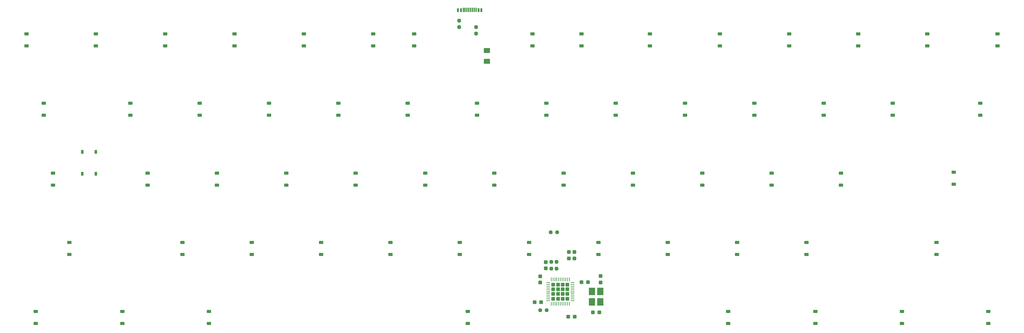
<source format=gbp>
G04 #@! TF.GenerationSoftware,KiCad,Pcbnew,8.0.4*
G04 #@! TF.CreationDate,2024-08-16T15:43:28+02:00*
G04 #@! TF.ProjectId,keyboard,6b657962-6f61-4726-942e-6b696361645f,rev?*
G04 #@! TF.SameCoordinates,Original*
G04 #@! TF.FileFunction,Paste,Bot*
G04 #@! TF.FilePolarity,Positive*
%FSLAX46Y46*%
G04 Gerber Fmt 4.6, Leading zero omitted, Abs format (unit mm)*
G04 Created by KiCad (PCBNEW 8.0.4) date 2024-08-16 15:43:28*
%MOMM*%
%LPD*%
G01*
G04 APERTURE LIST*
G04 Aperture macros list*
%AMRoundRect*
0 Rectangle with rounded corners*
0 $1 Rounding radius*
0 $2 $3 $4 $5 $6 $7 $8 $9 X,Y pos of 4 corners*
0 Add a 4 corners polygon primitive as box body*
4,1,4,$2,$3,$4,$5,$6,$7,$8,$9,$2,$3,0*
0 Add four circle primitives for the rounded corners*
1,1,$1+$1,$2,$3*
1,1,$1+$1,$4,$5*
1,1,$1+$1,$6,$7*
1,1,$1+$1,$8,$9*
0 Add four rect primitives between the rounded corners*
20,1,$1+$1,$2,$3,$4,$5,0*
20,1,$1+$1,$4,$5,$6,$7,0*
20,1,$1+$1,$6,$7,$8,$9,0*
20,1,$1+$1,$8,$9,$2,$3,0*%
G04 Aperture macros list end*
%ADD10R,0.600000X1.100000*%
%ADD11R,0.300000X1.240000*%
%ADD12RoundRect,0.237500X0.250000X0.237500X-0.250000X0.237500X-0.250000X-0.237500X0.250000X-0.237500X0*%
%ADD13RoundRect,0.237500X-0.237500X0.250000X-0.237500X-0.250000X0.237500X-0.250000X0.237500X0.250000X0*%
%ADD14RoundRect,0.237500X-0.300000X-0.237500X0.300000X-0.237500X0.300000X0.237500X-0.300000X0.237500X0*%
%ADD15RoundRect,0.237500X0.237500X-0.300000X0.237500X0.300000X-0.237500X0.300000X-0.237500X-0.300000X0*%
%ADD16RoundRect,0.237500X0.300000X0.237500X-0.300000X0.237500X-0.300000X-0.237500X0.300000X-0.237500X0*%
%ADD17RoundRect,0.237500X0.237500X-0.250000X0.237500X0.250000X-0.237500X0.250000X-0.237500X-0.250000X0*%
%ADD18R,0.750000X1.000000*%
%ADD19R,1.800000X2.100000*%
%ADD20RoundRect,0.250001X0.624999X-0.462499X0.624999X0.462499X-0.624999X0.462499X-0.624999X-0.462499X0*%
%ADD21RoundRect,0.225000X0.375000X-0.225000X0.375000X0.225000X-0.375000X0.225000X-0.375000X-0.225000X0*%
%ADD22RoundRect,0.250000X-0.275000X0.275000X-0.275000X-0.275000X0.275000X-0.275000X0.275000X0.275000X0*%
%ADD23RoundRect,0.062500X-0.062500X0.475000X-0.062500X-0.475000X0.062500X-0.475000X0.062500X0.475000X0*%
%ADD24RoundRect,0.062500X-0.475000X0.062500X-0.475000X-0.062500X0.475000X-0.062500X0.475000X0.062500X0*%
G04 APERTURE END LIST*
D10*
X130550000Y-6275000D03*
X131350000Y-6275000D03*
D11*
X132500000Y-6200000D03*
X133500000Y-6200000D03*
X134000000Y-6200000D03*
X135000000Y-6200000D03*
D10*
X136150000Y-6275000D03*
X136950000Y-6275000D03*
X136950000Y-6275000D03*
X136150000Y-6275000D03*
D11*
X135500000Y-6200000D03*
X134500000Y-6200000D03*
X133000000Y-6200000D03*
X132000000Y-6200000D03*
D10*
X131350000Y-6275000D03*
X130550000Y-6275000D03*
D12*
X154912500Y-88750000D03*
X153087500Y-88750000D03*
D13*
X157650000Y-75437500D03*
X157650000Y-77262500D03*
D14*
X160837500Y-90500000D03*
X162562500Y-90500000D03*
D15*
X169700000Y-81062500D03*
X169700000Y-79337500D03*
D16*
X153362500Y-86500000D03*
X151637500Y-86500000D03*
D13*
X156150000Y-75437500D03*
X156150000Y-77262500D03*
X130850000Y-9087500D03*
X130850000Y-10912500D03*
D17*
X135500000Y-12712500D03*
X135500000Y-10887500D03*
D15*
X161000000Y-74462500D03*
X161000000Y-72737500D03*
D18*
X31025000Y-51200000D03*
X31025000Y-45200000D03*
X27275000Y-51200000D03*
X27275000Y-45200000D03*
D15*
X153162500Y-81112500D03*
X153162500Y-79387500D03*
D12*
X157812500Y-67300000D03*
X155987500Y-67300000D03*
D15*
X162550000Y-74462500D03*
X162550000Y-72737500D03*
X154662500Y-77212500D03*
X154662500Y-75487500D03*
D16*
X169362500Y-89300000D03*
X167637500Y-89300000D03*
D14*
X164500000Y-81050000D03*
X166225000Y-81050000D03*
D19*
X167350000Y-86450000D03*
X167350000Y-83550000D03*
X169650000Y-83550000D03*
X169650000Y-86450000D03*
D20*
X138500000Y-20275000D03*
X138500000Y-17300000D03*
D21*
X12000000Y-16100000D03*
X12000000Y-12800000D03*
X31050000Y-16100000D03*
X31050000Y-12800000D03*
X50100000Y-16100000D03*
X50100000Y-12800000D03*
X69150000Y-16100000D03*
X69150000Y-12800000D03*
X88200000Y-16100000D03*
X88200000Y-12800000D03*
X107250000Y-16100000D03*
X107250000Y-12800000D03*
X118500000Y-16100000D03*
X118500000Y-12800000D03*
X151000000Y-16100000D03*
X151000000Y-12800000D03*
X164500000Y-16100000D03*
X164500000Y-12800000D03*
X183250000Y-16100000D03*
X183250000Y-12800000D03*
X202500000Y-16100000D03*
X202500000Y-12800000D03*
X221500000Y-16100000D03*
X221500000Y-12800000D03*
X240500000Y-16100000D03*
X240500000Y-12800000D03*
X259500000Y-16100000D03*
X259500000Y-12800000D03*
X278750000Y-16100000D03*
X278750000Y-12800000D03*
X16750000Y-35100000D03*
X16750000Y-31800000D03*
X40500000Y-35100000D03*
X40500000Y-31800000D03*
X59550000Y-35100000D03*
X59550000Y-31800000D03*
X78600000Y-35100000D03*
X78600000Y-31800000D03*
X97650000Y-35100000D03*
X97650000Y-31800000D03*
X116700000Y-35100000D03*
X116700000Y-31800000D03*
X135750000Y-35100000D03*
X135750000Y-31800000D03*
X154800000Y-35100000D03*
X154800000Y-31800000D03*
X173850000Y-35100000D03*
X173850000Y-31800000D03*
X192900000Y-35100000D03*
X192900000Y-31800000D03*
X211950000Y-35100000D03*
X211950000Y-31800000D03*
X231000000Y-35100000D03*
X231000000Y-31800000D03*
X250000000Y-35100000D03*
X250000000Y-31800000D03*
X274000000Y-35100000D03*
X274000000Y-31800000D03*
X19250000Y-54350000D03*
X19250000Y-51050000D03*
X45250000Y-54350000D03*
X45250000Y-51050000D03*
X64300000Y-54350000D03*
X64300000Y-51050000D03*
X83350000Y-54350000D03*
X83350000Y-51050000D03*
X102400000Y-54350000D03*
X102400000Y-51050000D03*
X121500000Y-54350000D03*
X121500000Y-51050000D03*
X140500000Y-54350000D03*
X140500000Y-51050000D03*
X159550000Y-54350000D03*
X159550000Y-51050000D03*
X178600000Y-54350000D03*
X178600000Y-51050000D03*
X197650000Y-54350000D03*
X197650000Y-51050000D03*
X216700000Y-54350000D03*
X216700000Y-51050000D03*
X235750000Y-54350000D03*
X235750000Y-51050000D03*
X266750000Y-54100000D03*
X266750000Y-50800000D03*
X23750000Y-73350000D03*
X23750000Y-70050000D03*
X54800000Y-73350000D03*
X54800000Y-70050000D03*
X73850000Y-73350000D03*
X73850000Y-70050000D03*
X92900000Y-73350000D03*
X92900000Y-70050000D03*
X111950000Y-73350000D03*
X111950000Y-70050000D03*
X131000000Y-73350000D03*
X131000000Y-70050000D03*
X150050000Y-73350000D03*
X150050000Y-70050000D03*
X169100000Y-73350000D03*
X169100000Y-70050000D03*
X188150000Y-73350000D03*
X188150000Y-70050000D03*
X207200000Y-73350000D03*
X207200000Y-70050000D03*
X226250000Y-73350000D03*
X226250000Y-70050000D03*
X262000000Y-73350000D03*
X262000000Y-70050000D03*
X14500000Y-92350000D03*
X14500000Y-89050000D03*
X38312500Y-92350000D03*
X38312500Y-89050000D03*
X62125000Y-92350000D03*
X62125000Y-89050000D03*
X133250000Y-92350000D03*
X133250000Y-89050000D03*
X204750000Y-92350000D03*
X204750000Y-89050000D03*
X228750000Y-92350000D03*
X228750000Y-89050000D03*
X252500000Y-92350000D03*
X252500000Y-89050000D03*
X276250000Y-92350000D03*
X276250000Y-89050000D03*
D22*
X156700000Y-81650000D03*
X158000000Y-81650000D03*
X159300000Y-81650000D03*
X160600000Y-81650000D03*
X156700000Y-82950000D03*
X158000000Y-82950000D03*
X159300000Y-82950000D03*
X160600000Y-82950000D03*
X156700000Y-84250000D03*
X158000000Y-84250000D03*
X159300000Y-84250000D03*
X160600000Y-84250000D03*
X156700000Y-85550000D03*
X158000000Y-85550000D03*
X159300000Y-85550000D03*
X160600000Y-85550000D03*
D23*
X156150000Y-80262500D03*
X156650000Y-80262500D03*
X157150000Y-80262500D03*
X157650000Y-80262500D03*
X158150000Y-80262500D03*
X158650000Y-80262500D03*
X159150000Y-80262500D03*
X159650000Y-80262500D03*
X160150000Y-80262500D03*
X160650000Y-80262500D03*
X161150000Y-80262500D03*
D24*
X161987500Y-81100000D03*
X161987500Y-81600000D03*
X161987500Y-82100000D03*
X161987500Y-82600000D03*
X161987500Y-83100000D03*
X161987500Y-83600000D03*
X161987500Y-84100000D03*
X161987500Y-84600000D03*
X161987500Y-85100000D03*
X161987500Y-85600000D03*
X161987500Y-86100000D03*
D23*
X161150000Y-86937500D03*
X160650000Y-86937500D03*
X160150000Y-86937500D03*
X159650000Y-86937500D03*
X159150000Y-86937500D03*
X158650000Y-86937500D03*
X158150000Y-86937500D03*
X157650000Y-86937500D03*
X157150000Y-86937500D03*
X156650000Y-86937500D03*
X156150000Y-86937500D03*
D24*
X155312500Y-86100000D03*
X155312500Y-85600000D03*
X155312500Y-85100000D03*
X155312500Y-84600000D03*
X155312500Y-84100000D03*
X155312500Y-83600000D03*
X155312500Y-83100000D03*
X155312500Y-82600000D03*
X155312500Y-82100000D03*
X155312500Y-81600000D03*
X155312500Y-81100000D03*
M02*

</source>
